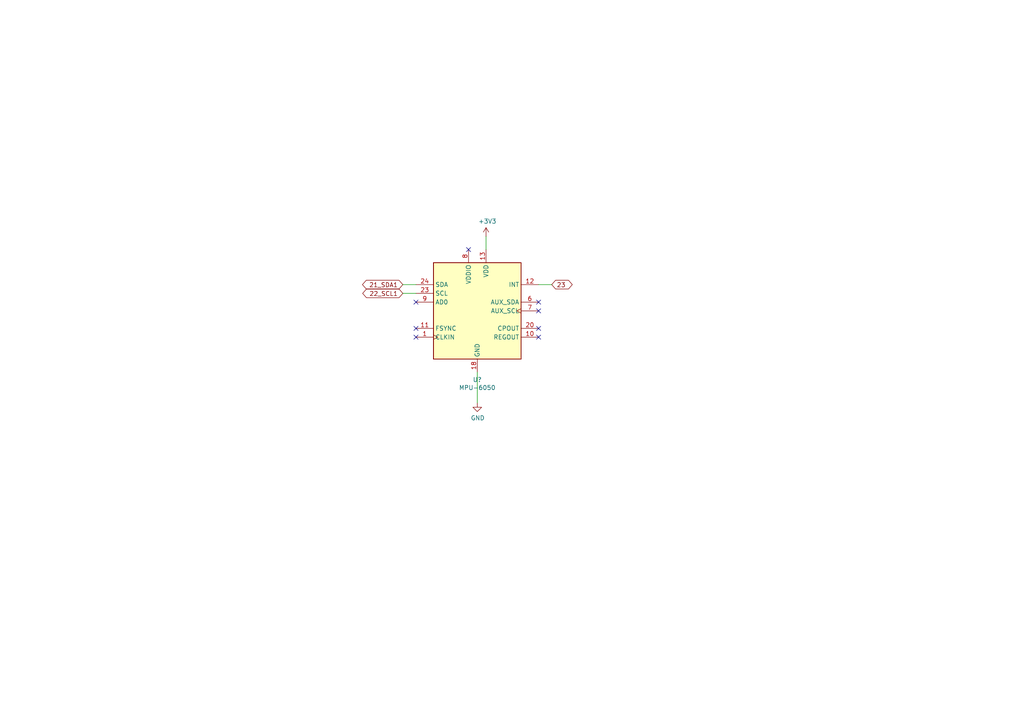
<source format=kicad_sch>
(kicad_sch (version 20211123) (generator eeschema)
  (paper "A4")
  (lib_symbols
    (symbol "Micromouse_V01-rescue:+3.3V-power" (power) (pin_names (offset 0))
      (property "Value" "+3.3V-power" (at 0 3.556 0))
      (symbol "+3.3V-power_0_1"
        (polyline (pts (xy -0.762 1.27) (xy 0 2.54)))
        (polyline (pts (xy 0 0) (xy 0 2.54)))
        (polyline (pts (xy 0 2.54) (xy 0.762 1.27)))
      )
      (symbol "+3.3V-power_1_1"
        (pin power_in line (at 0 0 90) (length 0) hide (name "+3V3") (number "1"))
      )
    )
    (symbol "Sensor_Motion:MPU-6050"
      (property "Reference" "U" (at -11.43 13.97 0))
      (property "Value" "MPU-6050" (at 7.62 -15.24 0))
      (symbol "MPU-6050_0_0"
        (text "" (at 12.7 -2.54 0) (effects (font (size 1.27 1.27))))
      )
      (symbol "MPU-6050_0_1"
        (rectangle (start -12.7 13.97) (end 12.7 -13.97) (stroke (width 0.254)) (fill (type background)))
      )
      (symbol "MPU-6050_1_1"
        (pin input clock (at -17.78 -7.62 0) (length 5.08) (name "CLKIN") (number "1"))
        (pin passive line (at 17.78 -7.62 180) (length 5.08) (name "REGOUT") (number "10"))
        (pin input line (at -17.78 -5.08 0) (length 5.08) (name "FSYNC") (number "11"))
        (pin output line (at 17.78 7.62 180) (length 5.08) (name "INT") (number "12"))
        (pin power_in line (at 2.54 17.78 270) (length 3.81) (name "VDD") (number "13"))
        (pin no_connect line (at -12.7 -10.16 0) (length 2.54) hide (name "NC") (number "14"))
        (pin no_connect line (at 12.7 12.7 180) (length 2.54) hide (name "NC") (number "15"))
        (pin no_connect line (at 12.7 10.16 180) (length 2.54) hide (name "NC") (number "16"))
        (pin no_connect line (at 12.7 5.08 180) (length 2.54) hide (name "NC") (number "17"))
        (pin power_in line (at 0 -17.78 90) (length 3.81) (name "GND") (number "18"))
        (pin no_connect line (at 12.7 -10.16 180) (length 2.54) hide (name "NC") (number "19"))
        (pin no_connect line (at -12.7 12.7 0) (length 2.54) hide (name "NC") (number "2"))
        (pin passive line (at 17.78 -5.08 180) (length 5.08) (name "CPOUT") (number "20"))
        (pin no_connect line (at 12.7 -2.54 180) (length 2.54) hide (name "NC") (number "21"))
        (pin no_connect line (at 12.7 -12.7 180) (length 2.54) hide (name "NC") (number "22"))
        (pin input line (at -17.78 5.08 0) (length 5.08) (name "SCL") (number "23"))
        (pin bidirectional line (at -17.78 7.62 0) (length 5.08) (name "SDA") (number "24"))
        (pin no_connect line (at -12.7 10.16 0) (length 2.54) hide (name "NC") (number "3"))
        (pin no_connect line (at -12.7 0 0) (length 2.54) hide (name "NC") (number "4"))
        (pin no_connect line (at -12.7 -2.54 0) (length 2.54) hide (name "NC") (number "5"))
        (pin bidirectional line (at 17.78 2.54 180) (length 5.08) (name "AUX_SDA") (number "6"))
        (pin output clock (at 17.78 0 180) (length 5.08) (name "AUX_SCL") (number "7"))
        (pin power_in line (at -2.54 17.78 270) (length 3.81) (name "VDDIO") (number "8"))
        (pin input line (at -17.78 2.54 0) (length 5.08) (name "AD0") (number "9"))
      )
    )
    (symbol "power:GND" (power) (pin_names (offset 0))
      (property "Value" "GND" (at 0 -3.81 0))
      (symbol "GND_0_1"
        (polyline (pts (xy 0 0) (xy 0 -1.27) (xy 1.27 -1.27) (xy 0 -2.54) (xy -1.27 -1.27) (xy 0 -1.27)))
      )
      (symbol "GND_1_1"
        (pin power_in line (at 0 0 270) (length 0) hide (name "GND") (number "1"))
      )
    )
  )
  (no_connect (at 120.65 97.79))
  (no_connect (at 156.21 95.25))
  (no_connect (at 156.21 90.17))
  (no_connect (at 120.65 95.25))
  (no_connect (at 135.89 72.39))
  (no_connect (at 156.21 87.63))
  (no_connect (at 120.65 87.63))
  (no_connect (at 156.21 97.79))
  (wire (pts (xy 140.97 68.58) (xy 140.97 72.39)))
  (wire (pts (xy 116.84 82.55) (xy 120.65 82.55)))
  (wire (pts (xy 160.02 82.55) (xy 156.21 82.55)))
  (wire (pts (xy 120.65 85.09) (xy 116.84 85.09)))
  (wire (pts (xy 138.43 116.84) (xy 138.43 107.95)))
  (global_label "21_SDA1" (shape bidirectional) (at 116.84 82.55 180) (property "Intersheet References" "${INTERSHEET_REFS}" (effects hide)))
  (global_label "23" (shape bidirectional) (at 160.02 82.55 0) (property "Intersheet References" "${INTERSHEET_REFS}" (effects hide)))
  (global_label "22_SCL1" (shape bidirectional) (at 116.84 85.09 180) (property "Intersheet References" "${INTERSHEET_REFS}" (effects hide)))
  (symbol (lib_id "Sensor_Motion:MPU-6050") (at 138.43 90.17 0) (unit 1)
    (property "Value" "MPU-6050" (at 138.43 112.4458 0))
    (property "Footprint" "parts:MPU6050 module" (effects hide))
    (property "Datasheet" "https://store.invensense.com/datasheets/invensense/MPU-6050_DataSheet_V3%204.pdf" (effects hide))
  )
  (symbol (lib_id "power:GND") (at 138.43 116.84 0) (unit 1)
    (property "Value" "GND" (at 138.557 121.2342 0))
  )
  (symbol (lib_id "Micromouse_V01-rescue:+3.3V-power") (at 140.97 68.58 0) (unit 1)
    (property "Value" "+3.3V" (at 141.351 64.1858 0))
  )
)
</source>
